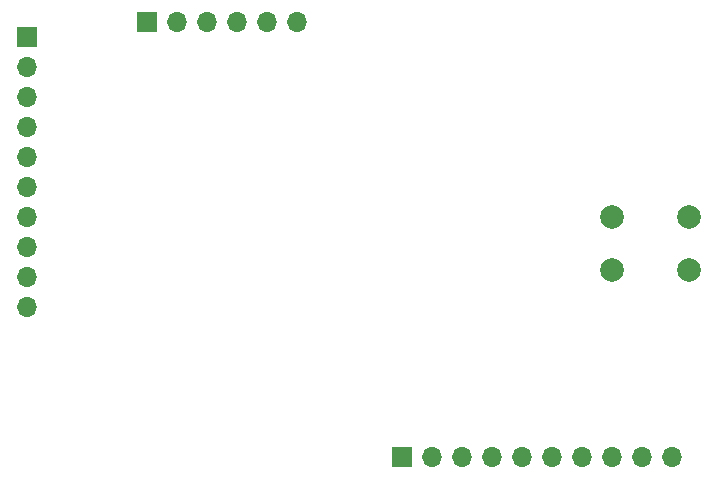
<source format=gbr>
G04 #@! TF.GenerationSoftware,KiCad,Pcbnew,5.0.2+dfsg1-1*
G04 #@! TF.CreationDate,2019-09-12T15:25:03-03:00*
G04 #@! TF.ProjectId,minicurso,6d696e69-6375-4727-936f-2e6b69636164,rev?*
G04 #@! TF.SameCoordinates,Original*
G04 #@! TF.FileFunction,Copper,L2,Bot*
G04 #@! TF.FilePolarity,Positive*
%FSLAX46Y46*%
G04 Gerber Fmt 4.6, Leading zero omitted, Abs format (unit mm)*
G04 Created by KiCad (PCBNEW 5.0.2+dfsg1-1) date qui 12 set 2019 15:25:03 -03*
%MOMM*%
%LPD*%
G01*
G04 APERTURE LIST*
G04 #@! TA.AperFunction,ComponentPad*
%ADD10C,2.000000*%
G04 #@! TD*
G04 #@! TA.AperFunction,ComponentPad*
%ADD11O,1.700000X1.700000*%
G04 #@! TD*
G04 #@! TA.AperFunction,ComponentPad*
%ADD12R,1.700000X1.700000*%
G04 #@! TD*
G04 APERTURE END LIST*
D10*
G04 #@! TO.P,SW1,1*
G04 #@! TO.N,GND*
X116990000Y-55880000D03*
G04 #@! TO.P,SW1,2*
G04 #@! TO.N,Net-(C1-Pad1)*
X116990000Y-60380000D03*
G04 #@! TO.P,SW1,1*
G04 #@! TO.N,GND*
X110490000Y-55880000D03*
G04 #@! TO.P,SW1,2*
G04 #@! TO.N,Net-(C1-Pad1)*
X110490000Y-60380000D03*
G04 #@! TD*
D11*
G04 #@! TO.P,J4,6*
G04 #@! TO.N,Pino33*
X83820000Y-39370000D03*
G04 #@! TO.P,J4,5*
G04 #@! TO.N,Net-(J4-Pad5)*
X81280000Y-39370000D03*
G04 #@! TO.P,J4,4*
G04 #@! TO.N,Net-(J4-Pad4)*
X78740000Y-39370000D03*
G04 #@! TO.P,J4,3*
G04 #@! TO.N,Net-(J4-Pad3)*
X76200000Y-39370000D03*
G04 #@! TO.P,J4,2*
G04 #@! TO.N,Net-(J4-Pad2)*
X73660000Y-39370000D03*
D12*
G04 #@! TO.P,J4,1*
G04 #@! TO.N,Net-(J4-Pad1)*
X71120000Y-39370000D03*
G04 #@! TD*
G04 #@! TO.P,J3,1*
G04 #@! TO.N,Pino41*
X60960000Y-40640000D03*
D11*
G04 #@! TO.P,J3,2*
G04 #@! TO.N,Pino1*
X60960000Y-43180000D03*
G04 #@! TO.P,J3,3*
G04 #@! TO.N,Pino8*
X60960000Y-45720000D03*
G04 #@! TO.P,J3,4*
G04 #@! TO.N,Pino9*
X60960000Y-48260000D03*
G04 #@! TO.P,J3,5*
G04 #@! TO.N,Pino10*
X60960000Y-50800000D03*
G04 #@! TO.P,J3,6*
G04 #@! TO.N,Pino12*
X60960000Y-53340000D03*
G04 #@! TO.P,J3,7*
G04 #@! TO.N,Pino13*
X60960000Y-55880000D03*
G04 #@! TO.P,J3,8*
G04 #@! TO.N,Pino16*
X60960000Y-58420000D03*
G04 #@! TO.P,J3,9*
G04 #@! TO.N,Pino17*
X60960000Y-60960000D03*
G04 #@! TO.P,J3,10*
G04 #@! TO.N,Pino18*
X60960000Y-63500000D03*
G04 #@! TD*
G04 #@! TO.P,J2,10*
G04 #@! TO.N,Pino32*
X115570000Y-76200000D03*
G04 #@! TO.P,J2,9*
G04 #@! TO.N,Pino31*
X113030000Y-76200000D03*
G04 #@! TO.P,J2,8*
G04 #@! TO.N,Pino12*
X110490000Y-76200000D03*
G04 #@! TO.P,J2,7*
G04 #@! TO.N,Pino30*
X107950000Y-76200000D03*
G04 #@! TO.P,J2,6*
G04 #@! TO.N,Pino29*
X105410000Y-76200000D03*
G04 #@! TO.P,J2,5*
G04 #@! TO.N,Pino28*
X102870000Y-76200000D03*
G04 #@! TO.P,J2,4*
G04 #@! TO.N,Pino22*
X100330000Y-76200000D03*
G04 #@! TO.P,J2,3*
G04 #@! TO.N,Pino21*
X97790000Y-76200000D03*
G04 #@! TO.P,J2,2*
G04 #@! TO.N,Pino20*
X95250000Y-76200000D03*
D12*
G04 #@! TO.P,J2,1*
G04 #@! TO.N,Pino19*
X92710000Y-76200000D03*
G04 #@! TD*
M02*

</source>
